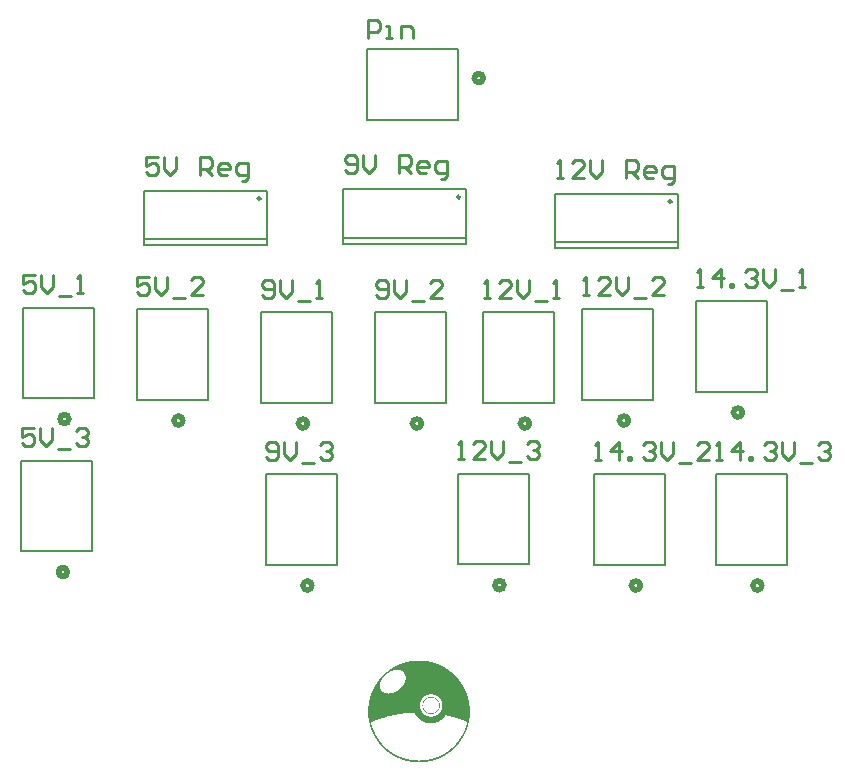
<source format=gto>
G04*
G04 #@! TF.GenerationSoftware,Altium Limited,Altium Designer,24.1.2 (44)*
G04*
G04 Layer_Color=65535*
%FSLAX44Y44*%
%MOMM*%
G71*
G04*
G04 #@! TF.SameCoordinates,F9B8B196-E0EE-4284-85E4-D25C29C198F4*
G04*
G04*
G04 #@! TF.FilePolarity,Positive*
G04*
G01*
G75*
%ADD10C,0.5080*%
%ADD11C,0.2500*%
%ADD12C,0.1524*%
%ADD13C,0.2000*%
%ADD14C,0.2540*%
G36*
X400498Y192306D02*
X402842D01*
Y192093D01*
X403907D01*
Y191880D01*
X405186D01*
Y191667D01*
X406251D01*
Y191454D01*
X407104D01*
Y191241D01*
X407956D01*
Y191027D01*
X408809D01*
Y190814D01*
X409448D01*
Y190601D01*
X410087D01*
Y190388D01*
X410727D01*
Y190175D01*
X411366D01*
Y189962D01*
X412005D01*
Y189749D01*
X412431D01*
Y189536D01*
X413071D01*
Y189323D01*
X413497D01*
Y189109D01*
X413923D01*
Y188896D01*
X414562D01*
Y188683D01*
X414989D01*
Y188470D01*
X415415D01*
Y188257D01*
X415841D01*
Y188044D01*
X416267D01*
Y187831D01*
X416693D01*
Y187618D01*
X417120D01*
Y187405D01*
X417546D01*
Y187192D01*
X417972D01*
Y186978D01*
X418185D01*
Y186765D01*
X418611D01*
Y186552D01*
X419038D01*
Y186339D01*
X419251D01*
Y186126D01*
X419677D01*
Y185913D01*
X420103D01*
Y185700D01*
X420316D01*
Y185487D01*
X420742D01*
Y185274D01*
X420956D01*
Y185061D01*
X421382D01*
Y184847D01*
X421595D01*
Y184634D01*
X421808D01*
Y184421D01*
X422234D01*
Y184208D01*
X422447D01*
Y183995D01*
X422873D01*
Y183782D01*
X423087D01*
Y183569D01*
X423300D01*
Y183356D01*
X423513D01*
Y183143D01*
X423726D01*
Y182929D01*
X424152D01*
Y182716D01*
X424365D01*
Y182503D01*
X424578D01*
Y182290D01*
X424791D01*
Y182077D01*
X425218D01*
Y181864D01*
X425431D01*
Y181651D01*
X425644D01*
Y181438D01*
X425857D01*
Y181225D01*
X426070D01*
Y181012D01*
X426283D01*
Y180798D01*
X426496D01*
Y180585D01*
X426709D01*
Y180372D01*
X426922D01*
Y180159D01*
X427135D01*
Y179946D01*
X427349D01*
Y179733D01*
X427562D01*
Y179520D01*
X427775D01*
Y179307D01*
X427988D01*
Y179094D01*
X428201D01*
Y178881D01*
X428414D01*
Y178668D01*
X428627D01*
Y178454D01*
X428840D01*
Y178241D01*
X429053D01*
Y178028D01*
X429267D01*
Y177815D01*
X429480D01*
Y177389D01*
X429693D01*
Y177176D01*
X429906D01*
Y176963D01*
X430119D01*
Y176750D01*
X430332D01*
Y176323D01*
X430545D01*
Y176110D01*
X430758D01*
Y175897D01*
X430971D01*
Y175684D01*
X431184D01*
Y175258D01*
X431398D01*
Y175045D01*
X431611D01*
Y174832D01*
X431824D01*
Y174405D01*
X432037D01*
Y174192D01*
X432250D01*
Y173766D01*
X432463D01*
Y173553D01*
X432676D01*
Y173127D01*
X432889D01*
Y172914D01*
X433102D01*
Y172488D01*
X433315D01*
Y172274D01*
X433529D01*
Y171848D01*
X433742D01*
Y171422D01*
X433955D01*
Y171209D01*
X434168D01*
Y170783D01*
X434381D01*
Y170357D01*
X434594D01*
Y169930D01*
X434807D01*
Y169504D01*
X435020D01*
Y169078D01*
X435233D01*
Y168865D01*
X435446D01*
Y168225D01*
X435659D01*
Y167799D01*
X435873D01*
Y167373D01*
X436086D01*
Y166947D01*
X436299D01*
Y166308D01*
X436512D01*
Y165881D01*
X436725D01*
Y165455D01*
X436938D01*
Y164816D01*
X437151D01*
Y164390D01*
X437364D01*
Y163537D01*
X437577D01*
Y163111D01*
X437790D01*
Y162472D01*
X438004D01*
Y161619D01*
X438217D01*
Y160980D01*
X438430D01*
Y160128D01*
X438643D01*
Y159275D01*
X438856D01*
Y158423D01*
X439069D01*
Y157144D01*
X439282D01*
Y155866D01*
X439495D01*
Y154374D01*
X439708D01*
Y151177D01*
X439921D01*
Y145850D01*
X439708D01*
Y143719D01*
X439495D01*
Y142653D01*
X439282D01*
Y141588D01*
X439069D01*
Y140522D01*
X438856D01*
Y139883D01*
X438643D01*
Y138818D01*
X438430D01*
Y137965D01*
X438217D01*
Y137326D01*
X438004D01*
Y136686D01*
X437790D01*
Y136047D01*
X437577D01*
Y135408D01*
X437364D01*
Y134768D01*
X437151D01*
Y134129D01*
X436938D01*
Y133703D01*
X436725D01*
Y133064D01*
X436512D01*
Y132638D01*
X436299D01*
Y132211D01*
X436086D01*
Y131572D01*
X435873D01*
Y131146D01*
X435659D01*
Y130720D01*
X435446D01*
Y130293D01*
X435233D01*
Y129867D01*
X435020D01*
Y129441D01*
X434807D01*
Y129015D01*
X434594D01*
Y128589D01*
X434381D01*
Y128162D01*
X434168D01*
Y127949D01*
X433955D01*
Y127523D01*
X433742D01*
Y127097D01*
X433529D01*
Y126884D01*
X433315D01*
Y126458D01*
X433102D01*
Y126031D01*
X432889D01*
Y125818D01*
X432676D01*
Y125605D01*
X432463D01*
Y125179D01*
X432250D01*
Y124966D01*
X432037D01*
Y124540D01*
X431824D01*
Y124326D01*
X431611D01*
Y123900D01*
X431398D01*
Y123687D01*
X431184D01*
Y123474D01*
X430971D01*
Y123048D01*
X430758D01*
Y122835D01*
X430545D01*
Y122622D01*
X430332D01*
Y122409D01*
X430119D01*
Y122196D01*
X429906D01*
Y121769D01*
X429693D01*
Y121556D01*
X429480D01*
Y121343D01*
X429267D01*
Y121130D01*
X429053D01*
Y120917D01*
X428840D01*
Y120704D01*
X428627D01*
Y120491D01*
X428414D01*
Y120064D01*
X428201D01*
Y119851D01*
X427988D01*
Y119638D01*
X427775D01*
Y119425D01*
X427562D01*
Y119212D01*
X427349D01*
Y118999D01*
X427135D01*
Y118786D01*
X426922D01*
Y118573D01*
X426709D01*
Y118360D01*
X426496D01*
Y118147D01*
X426283D01*
Y117934D01*
X425857D01*
Y117720D01*
X425644D01*
Y117507D01*
X425431D01*
Y117294D01*
X425218D01*
Y117081D01*
X425004D01*
Y116868D01*
X424791D01*
Y116655D01*
X424578D01*
Y116442D01*
X424365D01*
Y116229D01*
X423939D01*
Y116016D01*
X423726D01*
Y115802D01*
X423513D01*
Y115589D01*
X423087D01*
Y115376D01*
X422873D01*
Y115163D01*
X422660D01*
Y114950D01*
X422447D01*
Y114737D01*
X422021D01*
Y114524D01*
X421808D01*
Y114311D01*
X421382D01*
Y114098D01*
X421169D01*
Y113885D01*
X420956D01*
Y113672D01*
X420529D01*
Y113458D01*
X420316D01*
Y113245D01*
X419890D01*
Y113032D01*
X419464D01*
Y112819D01*
X419251D01*
Y112606D01*
X418825D01*
Y112393D01*
X418398D01*
Y112180D01*
X418185D01*
Y111967D01*
X417759D01*
Y111754D01*
X417333D01*
Y111540D01*
X416907D01*
Y111327D01*
X416480D01*
Y111114D01*
X416054D01*
Y110901D01*
X415628D01*
Y110688D01*
X415202D01*
Y110475D01*
X414776D01*
Y110262D01*
X414349D01*
Y110049D01*
X413923D01*
Y109836D01*
X413284D01*
Y109622D01*
X412858D01*
Y109409D01*
X412218D01*
Y109196D01*
X411792D01*
Y108983D01*
X411153D01*
Y108770D01*
X410513D01*
Y108557D01*
X409874D01*
Y108344D01*
X409022D01*
Y108131D01*
X408382D01*
Y107918D01*
X407743D01*
Y107705D01*
X406678D01*
Y107492D01*
X406038D01*
Y107278D01*
X404760D01*
Y107065D01*
X403481D01*
Y106852D01*
X402202D01*
Y106639D01*
X399645D01*
Y106426D01*
X393892D01*
Y106639D01*
X391334D01*
Y106852D01*
X390056D01*
Y107065D01*
X388777D01*
Y107278D01*
X387499D01*
Y107492D01*
X386646D01*
Y107705D01*
X385794D01*
Y107918D01*
X385154D01*
Y108131D01*
X384515D01*
Y108344D01*
X383663D01*
Y108557D01*
X383023D01*
Y108770D01*
X382384D01*
Y108983D01*
X381745D01*
Y109196D01*
X381319D01*
Y109409D01*
X380679D01*
Y109622D01*
X380253D01*
Y109836D01*
X379614D01*
Y110049D01*
X379188D01*
Y110262D01*
X378761D01*
Y110475D01*
X378335D01*
Y110688D01*
X377909D01*
Y110901D01*
X377483D01*
Y111114D01*
X377057D01*
Y111327D01*
X376630D01*
Y111540D01*
X376204D01*
Y111754D01*
X375778D01*
Y111967D01*
X375352D01*
Y112180D01*
X375139D01*
Y112393D01*
X374712D01*
Y112606D01*
X374286D01*
Y112819D01*
X374073D01*
Y113032D01*
X373647D01*
Y113245D01*
X373221D01*
Y113458D01*
X373008D01*
Y113672D01*
X372794D01*
Y113885D01*
X372368D01*
Y114098D01*
X372155D01*
Y114311D01*
X371729D01*
Y114524D01*
X371516D01*
Y114737D01*
X371090D01*
Y114950D01*
X370877D01*
Y115163D01*
X370663D01*
Y115376D01*
X370450D01*
Y115589D01*
X370024D01*
Y115802D01*
X369811D01*
Y116016D01*
X369598D01*
Y116229D01*
X369172D01*
Y116442D01*
X368959D01*
Y116655D01*
X368746D01*
Y116868D01*
X368532D01*
Y117081D01*
X368319D01*
Y117294D01*
X368106D01*
Y117507D01*
X367893D01*
Y117720D01*
X367467D01*
Y117934D01*
X367254D01*
Y118147D01*
X367041D01*
Y118360D01*
X366828D01*
Y118573D01*
X366615D01*
Y118786D01*
X366401D01*
Y118999D01*
X366188D01*
Y119212D01*
X365975D01*
Y119425D01*
X365762D01*
Y119638D01*
X365549D01*
Y119851D01*
X365336D01*
Y120064D01*
X365123D01*
Y120278D01*
X364910D01*
Y120704D01*
X364697D01*
Y120917D01*
X364483D01*
Y121130D01*
X364270D01*
Y121343D01*
X364057D01*
Y121556D01*
X363844D01*
Y121769D01*
X363631D01*
Y122196D01*
X363418D01*
Y122409D01*
X363205D01*
Y122622D01*
X362992D01*
Y122835D01*
X362779D01*
Y123048D01*
X362566D01*
Y123474D01*
X362352D01*
Y123687D01*
X362139D01*
Y123900D01*
X361926D01*
Y124326D01*
X361713D01*
Y124540D01*
X361500D01*
Y124966D01*
X361287D01*
Y125179D01*
X361074D01*
Y125605D01*
X360861D01*
Y125818D01*
X360648D01*
Y126244D01*
X360435D01*
Y126458D01*
X360221D01*
Y126884D01*
X360008D01*
Y127310D01*
X359795D01*
Y127523D01*
X359582D01*
Y127949D01*
X359369D01*
Y128376D01*
X359156D01*
Y128589D01*
X358943D01*
Y129015D01*
X358730D01*
Y129441D01*
X358517D01*
Y129867D01*
X358304D01*
Y130293D01*
X358091D01*
Y130720D01*
X357877D01*
Y131146D01*
X357664D01*
Y131572D01*
X357451D01*
Y131998D01*
X357238D01*
Y132424D01*
X357025D01*
Y133064D01*
X356812D01*
Y133490D01*
X356599D01*
Y134129D01*
X356386D01*
Y134768D01*
X356173D01*
Y135408D01*
X355960D01*
Y135834D01*
X355746D01*
Y136686D01*
X355533D01*
Y137326D01*
X355320D01*
Y137965D01*
X355107D01*
Y138818D01*
X354894D01*
Y139670D01*
X354681D01*
Y140735D01*
X354468D01*
Y141801D01*
X354255D01*
Y142653D01*
X354042D01*
Y144358D01*
X353829D01*
Y146915D01*
X353615D01*
Y151390D01*
X353829D01*
Y154161D01*
X354042D01*
Y156079D01*
X354255D01*
Y157144D01*
X354468D01*
Y158423D01*
X354681D01*
Y159275D01*
X354894D01*
Y160128D01*
X355107D01*
Y160980D01*
X355320D01*
Y161832D01*
X355533D01*
Y162472D01*
X355746D01*
Y163111D01*
X355960D01*
Y163750D01*
X356173D01*
Y164390D01*
X356386D01*
Y164816D01*
X356599D01*
Y165455D01*
X356812D01*
Y165881D01*
X357025D01*
Y166521D01*
X357238D01*
Y166947D01*
X357451D01*
Y167373D01*
X357664D01*
Y167799D01*
X357877D01*
Y168225D01*
X358091D01*
Y168652D01*
X358304D01*
Y169291D01*
X358517D01*
Y169504D01*
X358730D01*
Y169930D01*
X358943D01*
Y170357D01*
X359156D01*
Y170783D01*
X359369D01*
Y171209D01*
X359582D01*
Y171422D01*
X359795D01*
Y171848D01*
X360008D01*
Y172274D01*
X360221D01*
Y172488D01*
X360435D01*
Y172914D01*
X360648D01*
Y173127D01*
X360861D01*
Y173553D01*
X361074D01*
Y173766D01*
X361287D01*
Y174192D01*
X361500D01*
Y174405D01*
X361713D01*
Y174618D01*
X361926D01*
Y175045D01*
X362139D01*
Y175258D01*
X362352D01*
Y175684D01*
X362566D01*
Y175897D01*
X362779D01*
Y176110D01*
X362992D01*
Y176537D01*
X363205D01*
Y176750D01*
X363418D01*
Y176963D01*
X363631D01*
Y177176D01*
X363844D01*
Y177389D01*
X364057D01*
Y177815D01*
X364270D01*
Y178028D01*
X364483D01*
Y178241D01*
X364697D01*
Y178454D01*
X364910D01*
Y178668D01*
X365123D01*
Y178881D01*
X365336D01*
Y179094D01*
X365549D01*
Y179307D01*
X365762D01*
Y179520D01*
X365975D01*
Y179733D01*
X366188D01*
Y179946D01*
X366401D01*
Y180159D01*
X366615D01*
Y180372D01*
X366828D01*
Y180585D01*
X367041D01*
Y180798D01*
X367254D01*
Y181012D01*
X367467D01*
Y181225D01*
X367680D01*
Y181438D01*
X367893D01*
Y181651D01*
X368106D01*
Y181864D01*
X368319D01*
Y182077D01*
X368746D01*
Y182290D01*
X368959D01*
Y182503D01*
X369172D01*
Y182716D01*
X369385D01*
Y182929D01*
X369598D01*
Y183143D01*
X370024D01*
Y183356D01*
X370237D01*
Y183569D01*
X370450D01*
Y183782D01*
X370663D01*
Y183995D01*
X371090D01*
Y184208D01*
X371303D01*
Y184421D01*
X371729D01*
Y184634D01*
X371942D01*
Y184847D01*
X372155D01*
Y185061D01*
X372581D01*
Y185274D01*
X372794D01*
Y185487D01*
X373221D01*
Y185700D01*
X373434D01*
Y185913D01*
X373860D01*
Y186126D01*
X374073D01*
Y186339D01*
X374499D01*
Y186552D01*
X374925D01*
Y186765D01*
X375139D01*
Y186978D01*
X375778D01*
Y187192D01*
X375991D01*
Y187405D01*
X376417D01*
Y187618D01*
X376843D01*
Y187831D01*
X377270D01*
Y188044D01*
X377696D01*
Y188257D01*
X378122D01*
Y188470D01*
X378548D01*
Y188683D01*
X378974D01*
Y188896D01*
X379614D01*
Y189109D01*
X380040D01*
Y189323D01*
X380466D01*
Y189536D01*
X381105D01*
Y189749D01*
X381532D01*
Y189962D01*
X382171D01*
Y190175D01*
X382810D01*
Y190388D01*
X383450D01*
Y190601D01*
X384089D01*
Y190814D01*
X384728D01*
Y191027D01*
X385581D01*
Y191241D01*
X386433D01*
Y191454D01*
X387285D01*
Y191667D01*
X388351D01*
Y191880D01*
X389630D01*
Y192093D01*
X390695D01*
Y192306D01*
X392826D01*
Y192519D01*
X400498D01*
Y192306D01*
D02*
G37*
%LPC*%
G36*
X379188Y184847D02*
X377057D01*
Y184634D01*
X375778D01*
Y184421D01*
X374712D01*
Y184208D01*
X374073D01*
Y183995D01*
X373647D01*
Y183782D01*
X373008D01*
Y183569D01*
X372581D01*
Y183356D01*
X372155D01*
Y183143D01*
X371729D01*
Y182929D01*
X371516D01*
Y182716D01*
X371090D01*
Y182503D01*
X370877D01*
Y182290D01*
X370450D01*
Y182077D01*
X370237D01*
Y181864D01*
X370024D01*
Y181651D01*
X369598D01*
Y181438D01*
X369385D01*
Y181225D01*
X369172D01*
Y181012D01*
X368959D01*
Y180798D01*
X368532D01*
Y180585D01*
X368319D01*
Y180372D01*
X368106D01*
Y180159D01*
X367893D01*
Y179946D01*
X367680D01*
Y179733D01*
X367467D01*
Y179520D01*
X367254D01*
Y179307D01*
X367041D01*
Y179094D01*
X366828D01*
Y178668D01*
X366615D01*
Y178454D01*
X366401D01*
Y178241D01*
X366188D01*
Y178028D01*
X365975D01*
Y177602D01*
X365762D01*
Y177389D01*
X365549D01*
Y177176D01*
X365336D01*
Y176750D01*
X365123D01*
Y176537D01*
X364910D01*
Y176110D01*
X364697D01*
Y175684D01*
X364483D01*
Y175045D01*
X364270D01*
Y174618D01*
X364057D01*
Y173979D01*
X363844D01*
Y172914D01*
X363631D01*
Y169930D01*
X363844D01*
Y169078D01*
X364057D01*
Y168652D01*
X364270D01*
Y168225D01*
X364483D01*
Y167799D01*
X364697D01*
Y167586D01*
X364910D01*
Y167160D01*
X365123D01*
Y166947D01*
X365336D01*
Y166734D01*
X365549D01*
Y166521D01*
X365762D01*
Y166308D01*
X365975D01*
Y166094D01*
X366401D01*
Y165881D01*
X366615D01*
Y165668D01*
X367041D01*
Y165455D01*
X367467D01*
Y165242D01*
X367893D01*
Y165029D01*
X368746D01*
Y164816D01*
X370237D01*
Y164603D01*
X371729D01*
Y164816D01*
X373434D01*
Y165029D01*
X374286D01*
Y165242D01*
X374925D01*
Y165455D01*
X375565D01*
Y165668D01*
X376204D01*
Y165881D01*
X376630D01*
Y166094D01*
X377057D01*
Y166308D01*
X377483D01*
Y166521D01*
X377909D01*
Y166734D01*
X378122D01*
Y166947D01*
X378335D01*
Y167160D01*
X378761D01*
Y167373D01*
X379188D01*
Y167586D01*
X379401D01*
Y167799D01*
X379614D01*
Y168012D01*
X380040D01*
Y168225D01*
X380253D01*
Y168439D01*
X380466D01*
Y168652D01*
X380679D01*
Y168865D01*
X380892D01*
Y169078D01*
X381105D01*
Y169291D01*
X381319D01*
Y169504D01*
X381532D01*
Y169717D01*
X381745D01*
Y169930D01*
X381958D01*
Y170143D01*
X382171D01*
Y170357D01*
X382384D01*
Y170570D01*
X382597D01*
Y170783D01*
X382810D01*
Y171209D01*
X383023D01*
Y171422D01*
X383237D01*
Y171848D01*
X383450D01*
Y172061D01*
X383663D01*
Y172488D01*
X383876D01*
Y172914D01*
X384089D01*
Y173340D01*
X384302D01*
Y173553D01*
X384515D01*
Y174192D01*
X384728D01*
Y174618D01*
X384941D01*
Y175471D01*
X385154D01*
Y176323D01*
X385368D01*
Y179520D01*
X385154D01*
Y180372D01*
X384941D01*
Y181012D01*
X384728D01*
Y181438D01*
X384515D01*
Y181651D01*
X384302D01*
Y182077D01*
X384089D01*
Y182290D01*
X383876D01*
Y182503D01*
X383663D01*
Y182716D01*
X383450D01*
Y182929D01*
X383237D01*
Y183143D01*
X383023D01*
Y183356D01*
X382810D01*
Y183569D01*
X382384D01*
Y183782D01*
X381958D01*
Y183995D01*
X381532D01*
Y184208D01*
X381105D01*
Y184421D01*
X380466D01*
Y184634D01*
X379188D01*
Y184847D01*
D02*
G37*
G36*
X408809Y163964D02*
X405186D01*
Y163750D01*
X404334D01*
Y163537D01*
X403694D01*
Y163324D01*
X403055D01*
Y163111D01*
X402629D01*
Y162898D01*
X402202D01*
Y162685D01*
X401989D01*
Y162472D01*
X401563D01*
Y162259D01*
X401350D01*
Y162045D01*
X401137D01*
Y161832D01*
X400924D01*
Y161619D01*
X400498D01*
Y161406D01*
X400285D01*
Y161193D01*
X400071D01*
Y160767D01*
X399858D01*
Y160554D01*
X399645D01*
Y160341D01*
X399432D01*
Y160128D01*
X399219D01*
Y159701D01*
X399006D01*
Y159488D01*
X398793D01*
Y159062D01*
X398580D01*
Y158636D01*
X398367D01*
Y157997D01*
X398154D01*
Y157570D01*
X397940D01*
Y156718D01*
X397727D01*
Y155226D01*
X397514D01*
Y153948D01*
X397727D01*
Y152456D01*
X397940D01*
Y151604D01*
X398154D01*
Y151177D01*
X398367D01*
Y150538D01*
X398580D01*
Y150112D01*
X398793D01*
Y149686D01*
X399006D01*
Y149473D01*
X399219D01*
Y149046D01*
X399432D01*
Y148833D01*
X399645D01*
Y148620D01*
X399858D01*
Y148407D01*
X400071D01*
Y148194D01*
X400285D01*
Y147981D01*
X400498D01*
Y147768D01*
X400711D01*
Y147555D01*
X400924D01*
Y147341D01*
X401137D01*
Y147128D01*
X401350D01*
Y146915D01*
X401776D01*
Y146702D01*
X401989D01*
Y146489D01*
X402416D01*
Y146276D01*
X402842D01*
Y146063D01*
X403268D01*
Y145850D01*
X403694D01*
Y145637D01*
X404334D01*
Y145424D01*
X405186D01*
Y145211D01*
X408809D01*
Y145424D01*
X409661D01*
Y145637D01*
X410300D01*
Y145850D01*
X410940D01*
Y146063D01*
X411366D01*
Y146276D01*
X411579D01*
Y146489D01*
X412005D01*
Y146702D01*
X412431D01*
Y146915D01*
X412645D01*
Y147128D01*
X412858D01*
Y147341D01*
X413284D01*
Y147555D01*
X413497D01*
Y147768D01*
X413710D01*
Y147981D01*
X413923D01*
Y148194D01*
X414136D01*
Y148407D01*
X414349D01*
Y148833D01*
X414562D01*
Y149046D01*
X414776D01*
Y149259D01*
X414989D01*
Y149686D01*
X415202D01*
Y150112D01*
X415415D01*
Y150538D01*
X415628D01*
Y150964D01*
X415841D01*
Y151604D01*
X416054D01*
Y152243D01*
X416267D01*
Y153308D01*
X416480D01*
Y155866D01*
X416267D01*
Y156931D01*
X416054D01*
Y157570D01*
X415841D01*
Y158210D01*
X415628D01*
Y158636D01*
X415415D01*
Y159062D01*
X415202D01*
Y159488D01*
X414989D01*
Y159915D01*
X414776D01*
Y160128D01*
X414562D01*
Y160341D01*
X414349D01*
Y160767D01*
X414136D01*
Y160980D01*
X413923D01*
Y161193D01*
X413710D01*
Y161406D01*
X413497D01*
Y161619D01*
X413284D01*
Y161832D01*
X412858D01*
Y162045D01*
X412645D01*
Y162259D01*
X412431D01*
Y162472D01*
X412005D01*
Y162685D01*
X411792D01*
Y162898D01*
X411366D01*
Y163111D01*
X410940D01*
Y163324D01*
X410300D01*
Y163537D01*
X409661D01*
Y163750D01*
X408809D01*
Y163964D01*
D02*
G37*
G36*
X393039Y148620D02*
X390482D01*
Y148407D01*
X387285D01*
Y148194D01*
X385581D01*
Y147981D01*
X383237D01*
Y147768D01*
X381958D01*
Y147555D01*
X380466D01*
Y147341D01*
X378761D01*
Y147128D01*
X377909D01*
Y146915D01*
X376630D01*
Y146702D01*
X375352D01*
Y146489D01*
X374499D01*
Y146276D01*
X373647D01*
Y146063D01*
X372581D01*
Y145850D01*
X371942D01*
Y145637D01*
X370877D01*
Y145424D01*
X370024D01*
Y145211D01*
X369385D01*
Y144997D01*
X368959D01*
Y144784D01*
X368319D01*
Y144571D01*
X367680D01*
Y144358D01*
X366828D01*
Y144145D01*
X366188D01*
Y143932D01*
X365336D01*
Y143719D01*
X364697D01*
Y143506D01*
X364057D01*
Y143293D01*
X363418D01*
Y143080D01*
X362779D01*
Y142866D01*
X362139D01*
Y142653D01*
X361287D01*
Y142440D01*
X360861D01*
Y142227D01*
X360221D01*
Y142014D01*
X359582D01*
Y141801D01*
X359156D01*
Y141588D01*
X358517D01*
Y141375D01*
X357877D01*
Y141162D01*
X357451D01*
Y140948D01*
X356599D01*
Y140735D01*
X356173D01*
Y140522D01*
X355960D01*
Y140096D01*
X356173D01*
Y139031D01*
X356386D01*
Y138178D01*
X356599D01*
Y137539D01*
X356812D01*
Y136899D01*
X357025D01*
Y136260D01*
X357238D01*
Y135621D01*
X357451D01*
Y134982D01*
X357664D01*
Y134555D01*
X357877D01*
Y134129D01*
X358091D01*
Y133490D01*
X358304D01*
Y133064D01*
X358517D01*
Y132424D01*
X358730D01*
Y131998D01*
X358943D01*
Y131785D01*
X359156D01*
Y131146D01*
X359369D01*
Y130720D01*
X359582D01*
Y130293D01*
X359795D01*
Y129867D01*
X360008D01*
Y129441D01*
X360221D01*
Y129015D01*
X360435D01*
Y128802D01*
X360648D01*
Y128376D01*
X360861D01*
Y128162D01*
X361074D01*
Y127736D01*
X361287D01*
Y127310D01*
X361500D01*
Y127097D01*
X361713D01*
Y126671D01*
X361926D01*
Y126458D01*
X362139D01*
Y126031D01*
X362352D01*
Y125818D01*
X362566D01*
Y125605D01*
X362779D01*
Y125179D01*
X362992D01*
Y124753D01*
X363205D01*
Y124540D01*
X363418D01*
Y124326D01*
X363631D01*
Y124113D01*
X363844D01*
Y123900D01*
X364057D01*
Y123474D01*
X364270D01*
Y123261D01*
X364483D01*
Y123048D01*
X364697D01*
Y122622D01*
X365123D01*
Y122196D01*
X365336D01*
Y121982D01*
X365549D01*
Y121769D01*
X365762D01*
Y121556D01*
X365975D01*
Y121343D01*
X366188D01*
Y121130D01*
X366401D01*
Y120917D01*
X366615D01*
Y120704D01*
X366828D01*
Y120491D01*
X367041D01*
Y120278D01*
X367254D01*
Y120064D01*
X367467D01*
Y119851D01*
X367680D01*
Y119638D01*
X367893D01*
Y119425D01*
X368106D01*
Y119212D01*
X368319D01*
Y118999D01*
X368532D01*
Y118786D01*
X368746D01*
Y118573D01*
X368959D01*
Y118360D01*
X369172D01*
Y118147D01*
X369598D01*
Y117934D01*
X369811D01*
Y117720D01*
X370024D01*
Y117507D01*
X370237D01*
Y117294D01*
X370450D01*
Y117081D01*
X370877D01*
Y116868D01*
X371090D01*
Y116655D01*
X371303D01*
Y116442D01*
X371516D01*
Y116229D01*
X371942D01*
Y116016D01*
X372155D01*
Y115802D01*
X372581D01*
Y115589D01*
X372794D01*
Y115376D01*
X373221D01*
Y115163D01*
X373434D01*
Y114950D01*
X373647D01*
Y114737D01*
X374073D01*
Y114524D01*
X374286D01*
Y114311D01*
X374712D01*
Y114098D01*
X375139D01*
Y113885D01*
X375352D01*
Y113672D01*
X375778D01*
Y113458D01*
X376204D01*
Y113245D01*
X376417D01*
Y113032D01*
X377057D01*
Y112819D01*
X377270D01*
Y112606D01*
X377696D01*
Y112393D01*
X378122D01*
Y112180D01*
X378548D01*
Y111967D01*
X378974D01*
Y111754D01*
X379614D01*
Y111540D01*
X380040D01*
Y111327D01*
X380466D01*
Y111114D01*
X381105D01*
Y110901D01*
X381532D01*
Y110688D01*
X382171D01*
Y110475D01*
X382597D01*
Y110262D01*
X383237D01*
Y110049D01*
X384089D01*
Y109836D01*
X384728D01*
Y109622D01*
X385368D01*
Y109409D01*
X386220D01*
Y109196D01*
X387072D01*
Y108983D01*
X387925D01*
Y108770D01*
X389203D01*
Y108557D01*
X390269D01*
Y108344D01*
X391548D01*
Y108131D01*
X396023D01*
Y107918D01*
X397301D01*
Y108131D01*
X401563D01*
Y108344D01*
X403268D01*
Y108557D01*
X404334D01*
Y108770D01*
X405612D01*
Y108983D01*
X406465D01*
Y109196D01*
X407317D01*
Y109409D01*
X408169D01*
Y109622D01*
X408809D01*
Y109836D01*
X409448D01*
Y110049D01*
X410087D01*
Y110262D01*
X410727D01*
Y110475D01*
X411366D01*
Y110688D01*
X412005D01*
Y110901D01*
X412431D01*
Y111114D01*
X412858D01*
Y111327D01*
X413497D01*
Y111540D01*
X413923D01*
Y111754D01*
X414349D01*
Y111967D01*
X414776D01*
Y112180D01*
X415415D01*
Y112393D01*
X415841D01*
Y112606D01*
X416054D01*
Y112819D01*
X416480D01*
Y113032D01*
X416907D01*
Y113245D01*
X417333D01*
Y113458D01*
X417759D01*
Y113672D01*
X417972D01*
Y113885D01*
X418398D01*
Y114098D01*
X418825D01*
Y114311D01*
X419038D01*
Y114524D01*
X419464D01*
Y114737D01*
X419677D01*
Y114950D01*
X420103D01*
Y115163D01*
X420316D01*
Y115376D01*
X420742D01*
Y115589D01*
X420956D01*
Y115802D01*
X421382D01*
Y116016D01*
X421595D01*
Y116229D01*
X421808D01*
Y116442D01*
X422234D01*
Y116655D01*
X422447D01*
Y116868D01*
X422660D01*
Y117081D01*
X422873D01*
Y117294D01*
X423087D01*
Y117507D01*
X423513D01*
Y117720D01*
X423726D01*
Y117934D01*
X423939D01*
Y118147D01*
X424152D01*
Y118360D01*
X424365D01*
Y118573D01*
X424791D01*
Y118786D01*
X425004D01*
Y118999D01*
X425218D01*
Y119212D01*
X425431D01*
Y119425D01*
X425644D01*
Y119638D01*
X425857D01*
Y119851D01*
X426070D01*
Y120064D01*
X426283D01*
Y120278D01*
X426496D01*
Y120491D01*
X426709D01*
Y120704D01*
X426922D01*
Y120917D01*
X427135D01*
Y121130D01*
X427349D01*
Y121343D01*
X427562D01*
Y121556D01*
X427775D01*
Y121982D01*
X427988D01*
Y122196D01*
X428201D01*
Y122409D01*
X428414D01*
Y122622D01*
X428627D01*
Y122835D01*
X428840D01*
Y123048D01*
X429053D01*
Y123474D01*
X429267D01*
Y123687D01*
X429480D01*
Y123900D01*
X429693D01*
Y124113D01*
X429906D01*
Y124540D01*
X430119D01*
Y124753D01*
X430332D01*
Y124966D01*
X430545D01*
Y125392D01*
X430758D01*
Y125605D01*
X430971D01*
Y126031D01*
X431184D01*
Y126244D01*
X431398D01*
Y126458D01*
X431611D01*
Y126884D01*
X431824D01*
Y127097D01*
X432037D01*
Y127310D01*
X432250D01*
Y127736D01*
X432463D01*
Y127949D01*
X432676D01*
Y128376D01*
X432889D01*
Y128589D01*
X433102D01*
Y129015D01*
X433315D01*
Y129228D01*
X433529D01*
Y129654D01*
X433742D01*
Y130080D01*
X433955D01*
Y130506D01*
X434168D01*
Y130933D01*
X434381D01*
Y131359D01*
X434594D01*
Y131785D01*
X434807D01*
Y132211D01*
X435020D01*
Y132851D01*
X435233D01*
Y133277D01*
X435446D01*
Y133703D01*
X435659D01*
Y134342D01*
X435873D01*
Y134768D01*
X436086D01*
Y135408D01*
X436299D01*
Y136047D01*
X436512D01*
Y136686D01*
X436725D01*
Y137326D01*
X436938D01*
Y137965D01*
X437151D01*
Y138818D01*
X437364D01*
Y139670D01*
X437577D01*
Y140735D01*
X437364D01*
Y140948D01*
X436938D01*
Y141162D01*
X436512D01*
Y141375D01*
X435873D01*
Y141588D01*
X435446D01*
Y141801D01*
X434807D01*
Y142014D01*
X434168D01*
Y142227D01*
X433742D01*
Y142440D01*
X433102D01*
Y142653D01*
X432463D01*
Y142866D01*
X431824D01*
Y143080D01*
X431184D01*
Y143293D01*
X430545D01*
Y143506D01*
X429906D01*
Y143719D01*
X429267D01*
Y143932D01*
X428627D01*
Y144145D01*
X427988D01*
Y144358D01*
X427135D01*
Y144571D01*
X426496D01*
Y144784D01*
X425644D01*
Y144997D01*
X424791D01*
Y145211D01*
X424152D01*
Y145424D01*
X423300D01*
Y145637D01*
X422234D01*
Y145850D01*
X421382D01*
Y146063D01*
X420529D01*
Y146276D01*
X419038D01*
Y146063D01*
X418825D01*
Y145637D01*
X418611D01*
Y145424D01*
X418398D01*
Y145211D01*
X418185D01*
Y144784D01*
X417972D01*
Y144571D01*
X417759D01*
Y144358D01*
X417546D01*
Y144145D01*
X417333D01*
Y143932D01*
X417120D01*
Y143719D01*
X416907D01*
Y143506D01*
X416693D01*
Y143293D01*
X416480D01*
Y143080D01*
X416267D01*
Y142866D01*
X416054D01*
Y142653D01*
X415628D01*
Y142440D01*
X415415D01*
Y142227D01*
X415202D01*
Y142014D01*
X414776D01*
Y141801D01*
X414562D01*
Y141588D01*
X414136D01*
Y141375D01*
X413710D01*
Y141162D01*
X413284D01*
Y140948D01*
X412858D01*
Y140735D01*
X412431D01*
Y140522D01*
X412005D01*
Y140309D01*
X411366D01*
Y140096D01*
X410513D01*
Y139883D01*
X409874D01*
Y139670D01*
X408382D01*
Y139457D01*
X404973D01*
Y139670D01*
X403481D01*
Y139883D01*
X402842D01*
Y140096D01*
X401989D01*
Y140309D01*
X401350D01*
Y140522D01*
X400924D01*
Y140735D01*
X400498D01*
Y140948D01*
X400071D01*
Y141162D01*
X399645D01*
Y141375D01*
X399219D01*
Y141588D01*
X398793D01*
Y141801D01*
X398580D01*
Y142014D01*
X398154D01*
Y142227D01*
X397940D01*
Y142440D01*
X397727D01*
Y142653D01*
X397301D01*
Y142866D01*
X397088D01*
Y143080D01*
X396875D01*
Y143293D01*
X396662D01*
Y143506D01*
X396449D01*
Y143719D01*
X396236D01*
Y143932D01*
X396023D01*
Y144145D01*
X395810D01*
Y144358D01*
X395596D01*
Y144571D01*
X395383D01*
Y144784D01*
X395170D01*
Y144997D01*
X394957D01*
Y145424D01*
X394744D01*
Y145637D01*
X394531D01*
Y145850D01*
X394318D01*
Y146276D01*
X394105D01*
Y146702D01*
X393892D01*
Y146915D01*
X393679D01*
Y147341D01*
X393465D01*
Y147768D01*
X393252D01*
Y148194D01*
X393039D01*
Y148620D01*
D02*
G37*
%LPD*%
G36*
X408382Y161619D02*
X409235D01*
Y161406D01*
X409661D01*
Y161193D01*
X410300D01*
Y160980D01*
X410727D01*
Y160767D01*
X410940D01*
Y160554D01*
X411366D01*
Y160341D01*
X411579D01*
Y160128D01*
X411792D01*
Y159915D01*
X412005D01*
Y159701D01*
X412218D01*
Y159488D01*
X412431D01*
Y159275D01*
X412645D01*
Y159062D01*
X412858D01*
Y158849D01*
X413071D01*
Y158423D01*
X413284D01*
Y157997D01*
X413497D01*
Y157570D01*
X413710D01*
Y157144D01*
X413923D01*
Y156292D01*
X414136D01*
Y155013D01*
X414349D01*
Y153948D01*
X414136D01*
Y152882D01*
X413923D01*
Y152030D01*
X413710D01*
Y151604D01*
X413497D01*
Y151177D01*
X413284D01*
Y150751D01*
X413071D01*
Y150538D01*
X412858D01*
Y150112D01*
X412645D01*
Y149899D01*
X412431D01*
Y149686D01*
X412218D01*
Y149473D01*
X412005D01*
Y149259D01*
X411792D01*
Y149046D01*
X411579D01*
Y148833D01*
X411153D01*
Y148620D01*
X410940D01*
Y148407D01*
X410513D01*
Y148194D01*
X410300D01*
Y147981D01*
X409661D01*
Y147768D01*
X409022D01*
Y147555D01*
X408169D01*
Y147341D01*
X405825D01*
Y147555D01*
X404973D01*
Y147768D01*
X404334D01*
Y147981D01*
X403907D01*
Y148194D01*
X403481D01*
Y148407D01*
X403055D01*
Y148620D01*
X402842D01*
Y148833D01*
X402416D01*
Y149046D01*
X402202D01*
Y149259D01*
X401989D01*
Y149473D01*
X401776D01*
Y149686D01*
X401563D01*
Y149899D01*
X401350D01*
Y150325D01*
X401137D01*
Y150538D01*
X400924D01*
Y150751D01*
X400711D01*
Y151177D01*
X400498D01*
Y151604D01*
X400285D01*
Y152243D01*
X400071D01*
Y153095D01*
X399858D01*
Y154374D01*
X399645D01*
Y154800D01*
X399858D01*
Y156292D01*
X400071D01*
Y156931D01*
X400285D01*
Y157570D01*
X400498D01*
Y157997D01*
X400711D01*
Y158423D01*
X400924D01*
Y158636D01*
X401137D01*
Y158849D01*
X401350D01*
Y159275D01*
X401563D01*
Y159488D01*
X401776D01*
Y159701D01*
X401989D01*
Y159915D01*
X402202D01*
Y160128D01*
X402416D01*
Y160341D01*
X402842D01*
Y160554D01*
X403055D01*
Y160767D01*
X403481D01*
Y160980D01*
X403694D01*
Y161193D01*
X404334D01*
Y161406D01*
X404760D01*
Y161619D01*
X405612D01*
Y161832D01*
X408382D01*
Y161619D01*
D02*
G37*
%LPC*%
G36*
X408596Y161193D02*
X405399D01*
Y160980D01*
X404760D01*
Y160767D01*
X404334D01*
Y160554D01*
X403694D01*
Y160341D01*
X403481D01*
Y160128D01*
X403055D01*
Y159915D01*
X402842D01*
Y159701D01*
X402629D01*
Y159488D01*
X402416D01*
Y159275D01*
X402202D01*
Y159062D01*
X401989D01*
Y158849D01*
X401776D01*
Y158636D01*
X401563D01*
Y158210D01*
X401350D01*
Y157997D01*
X401137D01*
Y157570D01*
X400924D01*
Y157144D01*
X400711D01*
Y156292D01*
X400498D01*
Y155653D01*
X400285D01*
Y153521D01*
X400498D01*
Y152882D01*
X400711D01*
Y152030D01*
X400924D01*
Y151604D01*
X401137D01*
Y151177D01*
X401350D01*
Y150964D01*
X401563D01*
Y150538D01*
X401776D01*
Y150325D01*
X401989D01*
Y150112D01*
X402202D01*
Y149899D01*
X402416D01*
Y149686D01*
X402629D01*
Y149473D01*
X402842D01*
Y149259D01*
X403055D01*
Y149046D01*
X403481D01*
Y148833D01*
X403907D01*
Y148620D01*
X404334D01*
Y148407D01*
X404760D01*
Y148194D01*
X405399D01*
Y147981D01*
X408596D01*
Y148194D01*
X409235D01*
Y148407D01*
X409874D01*
Y148620D01*
X410300D01*
Y148833D01*
X410513D01*
Y149046D01*
X410940D01*
Y149259D01*
X411153D01*
Y149473D01*
X411366D01*
Y149686D01*
X411579D01*
Y149899D01*
X411792D01*
Y150112D01*
X412005D01*
Y150325D01*
X412218D01*
Y150538D01*
X412431D01*
Y150751D01*
X412645D01*
Y151177D01*
X412858D01*
Y151604D01*
X413071D01*
Y152030D01*
X413284D01*
Y152669D01*
X413497D01*
Y153521D01*
X413710D01*
Y155653D01*
X413497D01*
Y156718D01*
X413284D01*
Y157144D01*
X413071D01*
Y157570D01*
X412858D01*
Y157997D01*
X412645D01*
Y158423D01*
X412431D01*
Y158636D01*
X412218D01*
Y158849D01*
X412005D01*
Y159062D01*
X411792D01*
Y159488D01*
X411366D01*
Y159701D01*
X411153D01*
Y159915D01*
X410940D01*
Y160128D01*
X410513D01*
Y160341D01*
X410300D01*
Y160554D01*
X409874D01*
Y160767D01*
X409448D01*
Y160980D01*
X408596D01*
Y161193D01*
D02*
G37*
%LPD*%
D10*
X451220Y685800D02*
G03*
X451220Y685800I-3810J0D01*
G01*
X670560Y402620D02*
G03*
X670560Y402620I-3810J0D01*
G01*
X490220Y393330D02*
G03*
X490220Y393330I-3810J0D01*
G01*
X302260D02*
G03*
X302260Y393330I-3810J0D01*
G01*
X100330Y397140D02*
G03*
X100330Y397140I-3810J0D01*
G01*
X584200Y256170D02*
G03*
X584200Y256170I-3810J0D01*
G01*
X574040Y395870D02*
G03*
X574040Y395870I-3810J0D01*
G01*
X398780Y393330D02*
G03*
X398780Y393330I-3810J0D01*
G01*
X196850Y395870D02*
G03*
X196850Y395870I-3810J0D01*
G01*
X687070Y256170D02*
G03*
X687070Y256170I-3810J0D01*
G01*
X468630Y256570D02*
G03*
X468630Y256570I-3810J0D01*
G01*
X306070Y256170D02*
G03*
X306070Y256170I-3810J0D01*
G01*
X99060Y267600D02*
G03*
X99060Y267600I-3810J0D01*
G01*
D11*
X610630Y581230D02*
G03*
X610630Y581230I-1250J0D01*
G01*
X431560Y585040D02*
G03*
X431560Y585040I-1250J0D01*
G01*
X262650Y583770D02*
G03*
X262650Y583770I-1250J0D01*
G01*
D12*
X353090Y710474D02*
X429630D01*
X353090Y650530D02*
Y710474D01*
Y650530D02*
X429630D01*
Y710474D01*
X691424Y420400D02*
Y496940D01*
X631480D02*
X691424D01*
X631480Y420400D02*
Y496940D01*
Y420400D02*
X691424D01*
X511084Y411110D02*
Y487650D01*
X451140D02*
X511084D01*
X451140Y411110D02*
Y487650D01*
Y411110D02*
X511084D01*
X323124D02*
Y487650D01*
X263180D02*
X323124D01*
X263180Y411110D02*
Y487650D01*
Y411110D02*
X323124D01*
X121194Y414920D02*
Y491460D01*
X61250D02*
X121194D01*
X61250Y414920D02*
Y491460D01*
Y414920D02*
X121194D01*
X605064Y273950D02*
Y350490D01*
X545120D02*
X605064D01*
X545120Y273950D02*
Y350490D01*
Y273950D02*
X605064D01*
X594904Y413650D02*
Y490190D01*
X534960D02*
X594904D01*
X534960Y413650D02*
Y490190D01*
Y413650D02*
X594904D01*
X419644Y411110D02*
Y487650D01*
X359700D02*
X419644D01*
X359700Y411110D02*
Y487650D01*
Y411110D02*
X419644D01*
X217714Y413650D02*
Y490190D01*
X157770D02*
X217714D01*
X157770Y413650D02*
Y490190D01*
Y413650D02*
X217714D01*
X707934Y273950D02*
Y350490D01*
X647990D02*
X707934D01*
X647990Y273950D02*
Y350490D01*
Y273950D02*
X707934D01*
X489494Y274350D02*
Y350890D01*
X429550D02*
X489494D01*
X429550Y274350D02*
Y350890D01*
Y274350D02*
X489494D01*
X326934Y273950D02*
Y350490D01*
X266990D02*
X326934D01*
X266990Y273950D02*
Y350490D01*
Y273950D02*
X326934D01*
X119924Y285380D02*
Y361920D01*
X59980D02*
X119924D01*
X59980Y285380D02*
Y361920D01*
Y285380D02*
X119924D01*
D13*
X511880Y546730D02*
X615880D01*
Y541730D02*
Y587730D01*
X511880D02*
X615880D01*
X511880Y541730D02*
Y587730D01*
Y541730D02*
X615880D01*
X332810Y550540D02*
X436810D01*
Y545540D02*
Y591540D01*
X332810D02*
X436810D01*
X332810Y545540D02*
Y591540D01*
Y545540D02*
X436810D01*
X163900Y549270D02*
X267900D01*
Y544270D02*
Y590270D01*
X163900D02*
X267900D01*
X163900Y544270D02*
Y590270D01*
Y544270D02*
X267900D01*
D14*
X353568Y720090D02*
Y735325D01*
X361185D01*
X363725Y732786D01*
Y727708D01*
X361185Y725168D01*
X353568D01*
X368803Y720090D02*
X373881D01*
X371342D01*
Y730247D01*
X368803D01*
X381499Y720090D02*
Y730247D01*
X389117D01*
X391656Y727708D01*
Y720090D01*
X648462Y362712D02*
X653540D01*
X651001D01*
Y377947D01*
X648462Y375408D01*
X668775Y362712D02*
Y377947D01*
X661158Y370330D01*
X671315D01*
X676393Y362712D02*
Y365251D01*
X678932D01*
Y362712D01*
X676393D01*
X689089Y375408D02*
X691628Y377947D01*
X696706D01*
X699246Y375408D01*
Y372869D01*
X696706Y370330D01*
X694167D01*
X696706D01*
X699246Y367790D01*
Y365251D01*
X696706Y362712D01*
X691628D01*
X689089Y365251D01*
X704324Y377947D02*
Y367790D01*
X709402Y362712D01*
X714481Y367790D01*
Y377947D01*
X719559Y360173D02*
X729716D01*
X734794Y375408D02*
X737333Y377947D01*
X742412D01*
X744951Y375408D01*
Y372869D01*
X742412Y370330D01*
X739872D01*
X742412D01*
X744951Y367790D01*
Y365251D01*
X742412Y362712D01*
X737333D01*
X734794Y365251D01*
X545592Y362712D02*
X550670D01*
X548131D01*
Y377947D01*
X545592Y375408D01*
X565905Y362712D02*
Y377947D01*
X558288Y370330D01*
X568445D01*
X573523Y362712D02*
Y365251D01*
X576062D01*
Y362712D01*
X573523D01*
X586219Y375408D02*
X588758Y377947D01*
X593836D01*
X596376Y375408D01*
Y372869D01*
X593836Y370330D01*
X591297D01*
X593836D01*
X596376Y367790D01*
Y365251D01*
X593836Y362712D01*
X588758D01*
X586219Y365251D01*
X601454Y377947D02*
Y367790D01*
X606532Y362712D01*
X611611Y367790D01*
Y377947D01*
X616689Y360173D02*
X626846D01*
X642081Y362712D02*
X631924D01*
X642081Y372869D01*
Y375408D01*
X639542Y377947D01*
X634463D01*
X631924Y375408D01*
X631952Y509016D02*
X637030D01*
X634491D01*
Y524251D01*
X631952Y521712D01*
X652265Y509016D02*
Y524251D01*
X644648Y516633D01*
X654805D01*
X659883Y509016D02*
Y511555D01*
X662422D01*
Y509016D01*
X659883D01*
X672579Y521712D02*
X675118Y524251D01*
X680196D01*
X682736Y521712D01*
Y519173D01*
X680196Y516633D01*
X677657D01*
X680196D01*
X682736Y514094D01*
Y511555D01*
X680196Y509016D01*
X675118D01*
X672579Y511555D01*
X687814Y524251D02*
Y514094D01*
X692892Y509016D01*
X697971Y514094D01*
Y524251D01*
X703049Y506477D02*
X713206D01*
X718284Y509016D02*
X723362D01*
X720823D01*
Y524251D01*
X718284Y521712D01*
X513334Y601472D02*
X518412D01*
X515873D01*
Y616707D01*
X513334Y614168D01*
X536187Y601472D02*
X526030D01*
X536187Y611629D01*
Y614168D01*
X533647Y616707D01*
X528569D01*
X526030Y614168D01*
X541265Y616707D02*
Y606550D01*
X546343Y601472D01*
X551422Y606550D01*
Y616707D01*
X571735Y601472D02*
Y616707D01*
X579353D01*
X581892Y614168D01*
Y609090D01*
X579353Y606550D01*
X571735D01*
X576814D02*
X581892Y601472D01*
X594588D02*
X589509D01*
X586970Y604011D01*
Y609090D01*
X589509Y611629D01*
X594588D01*
X597127Y609090D01*
Y606550D01*
X586970D01*
X607284Y596394D02*
X609823D01*
X612362Y598933D01*
Y611629D01*
X604744D01*
X602205Y609090D01*
Y604011D01*
X604744Y601472D01*
X612362D01*
X430022Y362966D02*
X435100D01*
X432561D01*
Y378201D01*
X430022Y375662D01*
X452875Y362966D02*
X442718D01*
X452875Y373123D01*
Y375662D01*
X450335Y378201D01*
X445257D01*
X442718Y375662D01*
X457953Y378201D02*
Y368044D01*
X463031Y362966D01*
X468110Y368044D01*
Y378201D01*
X473188Y360427D02*
X483345D01*
X488423Y375662D02*
X490962Y378201D01*
X496041D01*
X498580Y375662D01*
Y373123D01*
X496041Y370583D01*
X493502D01*
X496041D01*
X498580Y368044D01*
Y365505D01*
X496041Y362966D01*
X490962D01*
X488423Y365505D01*
X535432Y502412D02*
X540510D01*
X537971D01*
Y517647D01*
X535432Y515108D01*
X558285Y502412D02*
X548128D01*
X558285Y512569D01*
Y515108D01*
X555745Y517647D01*
X550667D01*
X548128Y515108D01*
X563363Y517647D02*
Y507490D01*
X568441Y502412D01*
X573520Y507490D01*
Y517647D01*
X578598Y499873D02*
X588755D01*
X603990Y502412D02*
X593833D01*
X603990Y512569D01*
Y515108D01*
X601451Y517647D01*
X596372D01*
X593833Y515108D01*
X451612Y499872D02*
X456690D01*
X454151D01*
Y515107D01*
X451612Y512568D01*
X474465Y499872D02*
X464308D01*
X474465Y510029D01*
Y512568D01*
X471925Y515107D01*
X466847D01*
X464308Y512568D01*
X479543Y515107D02*
Y504950D01*
X484621Y499872D01*
X489700Y504950D01*
Y515107D01*
X494778Y497333D02*
X504935D01*
X510013Y499872D02*
X515092D01*
X512552D01*
Y515107D01*
X510013Y512568D01*
X334264Y607821D02*
X336803Y605282D01*
X341881D01*
X344421Y607821D01*
Y617978D01*
X341881Y620517D01*
X336803D01*
X334264Y617978D01*
Y615439D01*
X336803Y612900D01*
X344421D01*
X349499Y620517D02*
Y610360D01*
X354577Y605282D01*
X359656Y610360D01*
Y620517D01*
X379969Y605282D02*
Y620517D01*
X387587D01*
X390126Y617978D01*
Y612900D01*
X387587Y610360D01*
X379969D01*
X385048D02*
X390126Y605282D01*
X402822D02*
X397743D01*
X395204Y607821D01*
Y612900D01*
X397743Y615439D01*
X402822D01*
X405361Y612900D01*
Y610360D01*
X395204D01*
X415518Y600204D02*
X418057D01*
X420596Y602743D01*
Y615439D01*
X412979D01*
X410439Y612900D01*
Y607821D01*
X412979Y605282D01*
X420596D01*
X267462Y365251D02*
X270001Y362712D01*
X275079D01*
X277619Y365251D01*
Y375408D01*
X275079Y377947D01*
X270001D01*
X267462Y375408D01*
Y372869D01*
X270001Y370330D01*
X277619D01*
X282697Y377947D02*
Y367790D01*
X287775Y362712D01*
X292854Y367790D01*
Y377947D01*
X297932Y360173D02*
X308089D01*
X313167Y375408D02*
X315706Y377947D01*
X320785D01*
X323324Y375408D01*
Y372869D01*
X320785Y370330D01*
X318246D01*
X320785D01*
X323324Y367790D01*
Y365251D01*
X320785Y362712D01*
X315706D01*
X313167Y365251D01*
X360172Y502411D02*
X362711Y499872D01*
X367789D01*
X370329Y502411D01*
Y512568D01*
X367789Y515107D01*
X362711D01*
X360172Y512568D01*
Y510029D01*
X362711Y507490D01*
X370329D01*
X375407Y515107D02*
Y504950D01*
X380485Y499872D01*
X385564Y504950D01*
Y515107D01*
X390642Y497333D02*
X400799D01*
X416034Y499872D02*
X405877D01*
X416034Y510029D01*
Y512568D01*
X413495Y515107D01*
X408416D01*
X405877Y512568D01*
X263652Y502411D02*
X266191Y499872D01*
X271269D01*
X273809Y502411D01*
Y512568D01*
X271269Y515107D01*
X266191D01*
X263652Y512568D01*
Y510029D01*
X266191Y507490D01*
X273809D01*
X278887Y515107D02*
Y504950D01*
X283965Y499872D01*
X289044Y504950D01*
Y515107D01*
X294122Y497333D02*
X304279D01*
X309357Y499872D02*
X314436D01*
X311896D01*
Y515107D01*
X309357Y512568D01*
X175511Y619247D02*
X165354D01*
Y611629D01*
X170432Y614169D01*
X172971D01*
X175511Y611629D01*
Y606551D01*
X172971Y604012D01*
X167893D01*
X165354Y606551D01*
X180589Y619247D02*
Y609090D01*
X185667Y604012D01*
X190746Y609090D01*
Y619247D01*
X211059Y604012D02*
Y619247D01*
X218677D01*
X221216Y616708D01*
Y611629D01*
X218677Y609090D01*
X211059D01*
X216138D02*
X221216Y604012D01*
X233912D02*
X228834D01*
X226294Y606551D01*
Y611629D01*
X228834Y614169D01*
X233912D01*
X236451Y611629D01*
Y609090D01*
X226294D01*
X246608Y598934D02*
X249147D01*
X251686Y601473D01*
Y614169D01*
X244069D01*
X241529Y611629D01*
Y606551D01*
X244069Y604012D01*
X251686D01*
X70609Y389377D02*
X60452D01*
Y381759D01*
X65530Y384299D01*
X68070D01*
X70609Y381759D01*
Y376681D01*
X68070Y374142D01*
X62991D01*
X60452Y376681D01*
X75687Y389377D02*
Y379220D01*
X80765Y374142D01*
X85844Y379220D01*
Y389377D01*
X90922Y371603D02*
X101079D01*
X106157Y386838D02*
X108696Y389377D01*
X113775D01*
X116314Y386838D01*
Y384299D01*
X113775Y381759D01*
X111236D01*
X113775D01*
X116314Y379220D01*
Y376681D01*
X113775Y374142D01*
X108696D01*
X106157Y376681D01*
X168399Y517647D02*
X158242D01*
Y510029D01*
X163320Y512569D01*
X165860D01*
X168399Y510029D01*
Y504951D01*
X165860Y502412D01*
X160781D01*
X158242Y504951D01*
X173477Y517647D02*
Y507490D01*
X178555Y502412D01*
X183634Y507490D01*
Y517647D01*
X188712Y499873D02*
X198869D01*
X214104Y502412D02*
X203947D01*
X214104Y512569D01*
Y515108D01*
X211565Y517647D01*
X206486D01*
X203947Y515108D01*
X71879Y518917D02*
X61722D01*
Y511300D01*
X66800Y513839D01*
X69339D01*
X71879Y511300D01*
Y506221D01*
X69339Y503682D01*
X64261D01*
X61722Y506221D01*
X76957Y518917D02*
Y508760D01*
X82035Y503682D01*
X87114Y508760D01*
Y518917D01*
X92192Y501143D02*
X102349D01*
X107427Y503682D02*
X112506D01*
X109966D01*
Y518917D01*
X107427Y516378D01*
M02*

</source>
